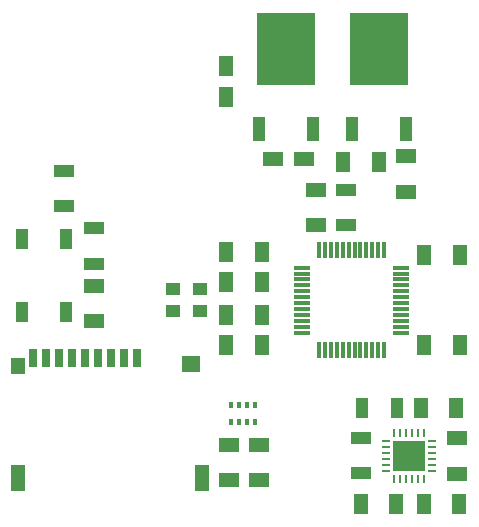
<source format=gtp>
G04*
G04 #@! TF.GenerationSoftware,Altium Limited,Altium Designer,22.1.2 (22)*
G04*
G04 Layer_Color=8421504*
%FSLAX25Y25*%
%MOIN*%
G70*
G04*
G04 #@! TF.SameCoordinates,916DC4FC-BA67-46E0-AC62-78C5DE96CB0C*
G04*
G04*
G04 #@! TF.FilePolarity,Positive*
G04*
G01*
G75*
%ADD15R,0.04842X0.07087*%
%ADD16R,0.03937X0.08268*%
%ADD17R,0.19291X0.24410*%
%ADD18R,0.07087X0.04528*%
%ADD19R,0.07087X0.04842*%
%ADD20R,0.04528X0.07087*%
%ADD21R,0.07087X0.03937*%
%ADD22R,0.01181X0.05709*%
%ADD23R,0.05709X0.01181*%
%ADD24R,0.05118X0.04331*%
%ADD25R,0.10630X0.10236*%
%ADD26R,0.00984X0.03150*%
%ADD27R,0.03150X0.00984*%
%ADD28R,0.03937X0.07087*%
%ADD29R,0.01378X0.01968*%
%ADD30R,0.04331X0.07087*%
%ADD31R,0.02756X0.06299*%
%ADD32R,0.04724X0.05512*%
%ADD33R,0.04724X0.08661*%
%ADD34R,0.06299X0.05512*%
D15*
X73000Y146685D02*
D03*
Y157000D02*
D03*
D03*
D16*
X84047Y136000D02*
D03*
X102000D02*
D03*
X115000D02*
D03*
X132953D02*
D03*
D17*
X93024Y162575D02*
D03*
X123976D02*
D03*
D18*
X132999Y115190D02*
D03*
Y127001D02*
D03*
X103001Y115810D02*
D03*
Y103999D02*
D03*
X150001Y21094D02*
D03*
Y32905D02*
D03*
X74000Y19000D02*
D03*
Y30811D02*
D03*
X29000Y72000D02*
D03*
Y83811D02*
D03*
X84096Y19011D02*
D03*
Y30822D02*
D03*
D19*
X88685Y126000D02*
D03*
X99000D02*
D03*
D03*
D20*
X124000Y125000D02*
D03*
X112189D02*
D03*
X85001Y73999D02*
D03*
X73190D02*
D03*
Y64001D02*
D03*
X85001D02*
D03*
X73190Y95000D02*
D03*
X85001D02*
D03*
X73190Y85001D02*
D03*
X85001D02*
D03*
X151000Y94000D02*
D03*
X139189D02*
D03*
X151000Y64000D02*
D03*
X139189D02*
D03*
X129811Y11095D02*
D03*
X118000D02*
D03*
X138999Y11094D02*
D03*
X150810D02*
D03*
X137999Y42999D02*
D03*
X149810D02*
D03*
D21*
X113028Y115792D02*
D03*
Y103981D02*
D03*
X118000Y33098D02*
D03*
Y21287D02*
D03*
X29000Y103000D02*
D03*
Y91189D02*
D03*
X19000Y110287D02*
D03*
Y122098D02*
D03*
D22*
X104078Y95633D02*
D03*
X106046D02*
D03*
X108015D02*
D03*
X109984D02*
D03*
X111952D02*
D03*
X113920D02*
D03*
X115889D02*
D03*
X117858D02*
D03*
X119826D02*
D03*
X121794D02*
D03*
X123763D02*
D03*
X125732D02*
D03*
Y62365D02*
D03*
X123763D02*
D03*
X121794D02*
D03*
X119826D02*
D03*
X117858D02*
D03*
X115889D02*
D03*
X113920D02*
D03*
X111952D02*
D03*
X109984D02*
D03*
X108015D02*
D03*
X106046D02*
D03*
X104078D02*
D03*
D23*
X131539Y89826D02*
D03*
Y87858D02*
D03*
Y85889D02*
D03*
Y83921D02*
D03*
Y81952D02*
D03*
Y79984D02*
D03*
Y78015D02*
D03*
Y76047D02*
D03*
Y74078D02*
D03*
Y72110D02*
D03*
Y70141D02*
D03*
Y68173D02*
D03*
X98271D02*
D03*
Y70141D02*
D03*
Y72110D02*
D03*
Y74078D02*
D03*
Y76047D02*
D03*
Y78015D02*
D03*
Y79984D02*
D03*
Y81952D02*
D03*
Y83921D02*
D03*
Y85889D02*
D03*
Y87858D02*
D03*
Y89826D02*
D03*
D24*
X64536Y75310D02*
D03*
X55524Y75246D02*
D03*
X64519Y82754D02*
D03*
X55463D02*
D03*
D25*
X134000Y27095D02*
D03*
D26*
X129079Y34772D02*
D03*
X131047D02*
D03*
X133016D02*
D03*
X134984D02*
D03*
X136953D02*
D03*
X138921D02*
D03*
Y19417D02*
D03*
X136953D02*
D03*
X134984D02*
D03*
X133016D02*
D03*
X131047D02*
D03*
X129079D02*
D03*
D27*
X141677Y32016D02*
D03*
Y30047D02*
D03*
Y28079D02*
D03*
Y26110D02*
D03*
Y24142D02*
D03*
Y22173D02*
D03*
X126323D02*
D03*
Y24142D02*
D03*
Y26110D02*
D03*
Y28079D02*
D03*
Y30047D02*
D03*
Y32016D02*
D03*
D28*
X130098Y43000D02*
D03*
X118287D02*
D03*
D29*
X74874Y38271D02*
D03*
X77433D02*
D03*
X79992D02*
D03*
X82551D02*
D03*
X82559Y44000D02*
D03*
X80000D02*
D03*
X77441D02*
D03*
X74874Y43979D02*
D03*
D30*
X19567Y75000D02*
D03*
Y99410D02*
D03*
X5000D02*
D03*
Y75000D02*
D03*
D31*
X43244Y59548D02*
D03*
X38913D02*
D03*
X34583D02*
D03*
X30252D02*
D03*
X25921D02*
D03*
X21590D02*
D03*
X17260D02*
D03*
X12929D02*
D03*
X8598D02*
D03*
D32*
X3874Y57186D02*
D03*
D33*
Y19784D02*
D03*
X64898Y19784D02*
D03*
D34*
X61354Y57580D02*
D03*
M02*

</source>
